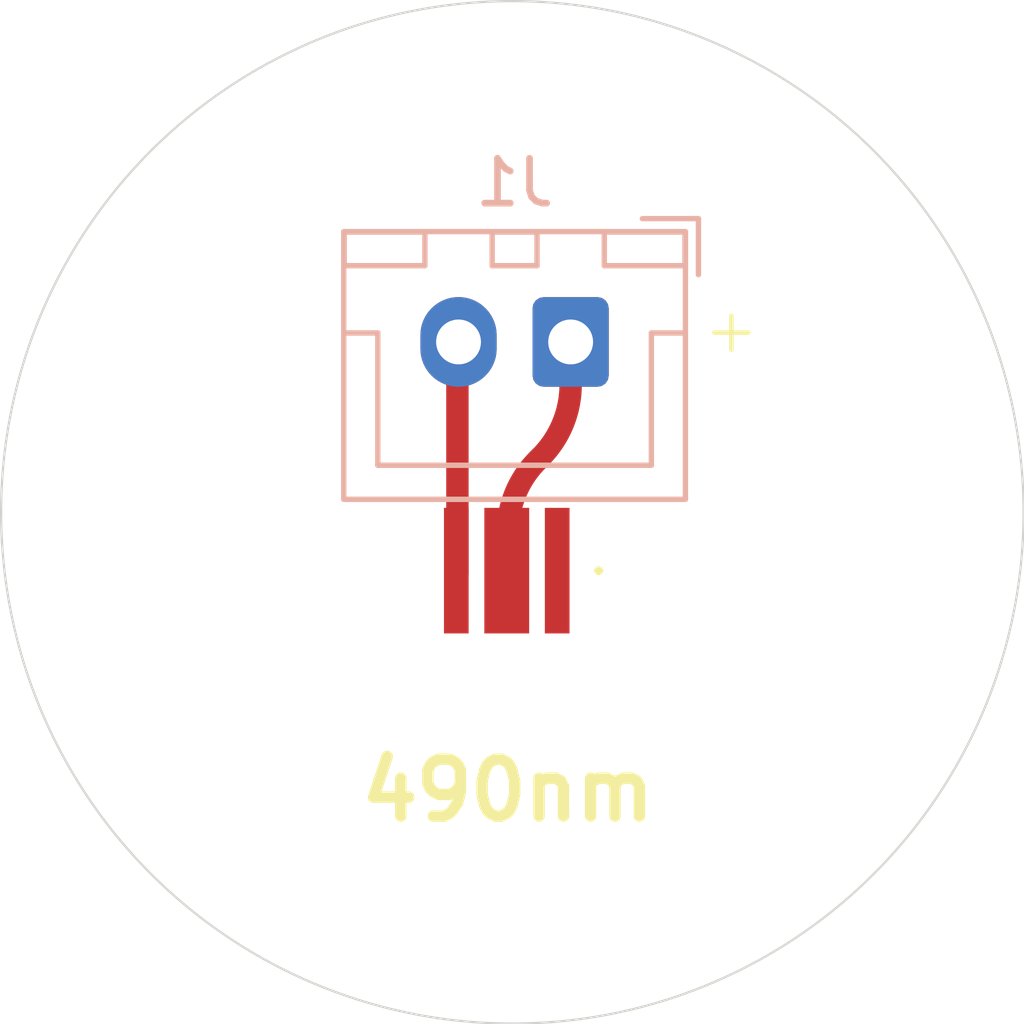
<source format=kicad_pcb>
(kicad_pcb (version 20240108) (generator "pcbnew") (generator_version "8.0")
  (layers (0 "F.Cu" signal) (31 "B.Cu" signal) (34 "B.Paste" user) (35 "F.Paste" user) (36 "B.SilkS" user "B.Silkscreen") (37 "F.SilkS" user "F.Silkscreen") (38 "B.Mask" user) (39 "F.Mask" user) (44 "Edge.Cuts" user))
  (net 0 "")
  (net 1 "Net-(J1-Pin_1)")
  (net 2 "Net-(J1-Pin_2)")
  (footprint "6_wave_stimulator:GVQSSPA113JZKZV1V61" (layer "F.Cu") (at 132.475 93.1 90)
    (property "Reference" "490nm" (at -4.9 0.025 0) (layer "F.SilkS") (effects (font (size 1.27 1.27) (thickness 0.254))))
    (property "Value" "GV_QSSPA1.13-JZKZ-V1V6-1" (hide yes))
    (fp_line (start 0 2) (end 0 2) (stroke (width 0.1)) (layer "F.SilkS"))
    (fp_line (start 0 2.1) (end 0 2.1) (stroke (width 0.1)) (layer "F.SilkS"))
    (fp_arc (start 0 2) (mid 0.05 2.05) (end 0 2.1) (stroke (width 0.1)) (layer "F.SilkS"))
    (fp_arc (start 0 2.1) (mid -0.05 2.05) (end 0 2) (stroke (width 0.1)) (layer "F.SilkS"))
    (pad "1" smd rect (at 0 1.125 180) (size 0.55 2.8) (layers "F.Cu" "F.Paste" "F.Mask"))
    (pad "2" smd rect (at 0 -1.125 180) (size 0.55 2.8) (layers "F.Cu" "F.Paste" "F.Mask") (net 2 "Net-(J1-Pin_2)"))
    (pad "3" smd rect (at 0 0 180) (size 1 2.8) (layers "F.Cu" "F.Paste" "F.Mask") (net 1 "Net-(J1-Pin_1)"))
  )
  (footprint "Connector_JST:JST_XH_B2B-XH-A_1x02_P2.50mm_Vertical" (layer "B.Cu") (at 133.9 88 180)
    (property "Reference" "J1" (at 1.25 3.55 0) (layer "B.SilkS") (effects (justify mirror)))
    (property "Value" "Conn_01x02_Socket")
    (fp_line (start 5.06 2.46) (end 5.06 -3.51) (stroke (width 0.12)) (layer "B.SilkS"))
    (fp_line (start 5.06 -3.51) (end -2.56 -3.51) (stroke (width 0.12)) (layer "B.SilkS"))
    (fp_line (start 5.05 2.45) (end 5.05 1.7) (stroke (width 0.12)) (layer "B.SilkS"))
    (fp_line (start 5.05 1.7) (end 3.25 1.7) (stroke (width 0.12)) (layer "B.SilkS"))
    (fp_line (start 4.3 0.2) (end 5.05 0.2) (stroke (width 0.12)) (layer "B.SilkS"))
    (fp_line (start 4.3 -2.75) (end 4.3 0.2) (stroke (width 0.12)) (layer "B.SilkS"))
    (fp_line (start 3.25 2.45) (end 5.05 2.45) (stroke (width 0.12)) (layer "B.SilkS"))
    (fp_line (start 3.25 1.7) (end 3.25 2.45) (stroke (width 0.12)) (layer "B.SilkS"))
    (fp_line (start 1.75 2.45) (end 1.75 1.7) (stroke (width 0.12)) (layer "B.SilkS"))
    (fp_line (start 1.75 1.7) (end 0.75 1.7) (stroke (width 0.12)) (layer "B.SilkS"))
    (fp_line (start 1.25 -2.75) (end 4.3 -2.75) (stroke (width 0.12)) (layer "B.SilkS"))
    (fp_line (start 1.25 -2.75) (end -1.8 -2.75) (stroke (width 0.12)) (layer "B.SilkS"))
    (fp_line (start 0.75 2.45) (end 1.75 2.45) (stroke (width 0.12)) (layer "B.SilkS"))
    (fp_line (start 0.75 1.7) (end 0.75 2.45) (stroke (width 0.12)) (layer "B.SilkS"))
    (fp_line (start -0.75 2.45) (end -0.75 1.7) (stroke (width 0.12)) (layer "B.SilkS"))
    (fp_line (start -0.75 1.7) (end -2.55 1.7) (stroke (width 0.12)) (layer "B.SilkS"))
    (fp_line (start -1.8 0.2) (end -2.55 0.2) (stroke (width 0.12)) (layer "B.SilkS"))
    (fp_line (start -1.8 -2.75) (end -1.8 0.2) (stroke (width 0.12)) (layer "B.SilkS"))
    (fp_line (start -2.55 2.45) (end -0.75 2.45) (stroke (width 0.12)) (layer "B.SilkS"))
    (fp_line (start -2.55 1.7) (end -2.55 2.45) (stroke (width 0.12)) (layer "B.SilkS"))
    (fp_line (start -2.56 2.46) (end 5.06 2.46) (stroke (width 0.12)) (layer "B.SilkS"))
    (fp_line (start -2.56 -3.51) (end -2.56 2.46) (stroke (width 0.12)) (layer "B.SilkS"))
    (fp_line (start -2.85 2.75) (end -1.6 2.75) (stroke (width 0.12)) (layer "B.SilkS"))
    (fp_line (start -2.85 1.5) (end -2.85 2.75) (stroke (width 0.12)) (layer "B.SilkS"))
    (pad "1" thru_hole roundrect (at 0 0 180) (size 1.7 2) (drill 1) (layers "*.Cu" "*.Mask") (roundrect_rratio 0.147059) (net 1 "Net-(J1-Pin_1)"))
    (pad "2" thru_hole oval (at 2.5 0 180) (size 1.7 2) (drill 1) (layers "*.Cu" "*.Mask") (net 2 "Net-(J1-Pin_2)"))
  )
  (gr_circle (center 132.6 91.8) (end 144 91.8) (stroke (width 0.05)) (fill none) (layer "Edge.Cuts"))
  (gr_text "+" (at 136.8 88.3 0) (layer "F.SilkS") (effects (font (size 1 1) (thickness 0.1)) (justify left bottom)))
  (segment (start 133.162912 90.637086) (end 133.228248 90.571751) (width 0.5) (layer "F.Cu") (net 1))
  (segment (start 133.9 88.95) (end 133.9 88) (width 0.5) (layer "F.Cu") (net 1))
  (segment (start 132.5 92.2375) (end 132.5 93.175) (width 0.5) (layer "F.Cu") (net 1))
  (arc (start 133.9 88.95) (mid 133.725417 89.827685) (end 133.228248 90.571751) (width 0.5) (layer "F.Cu") (net 1))
  (arc (start 133.162912 90.637086) (mid 132.672285 91.371362) (end 132.5 92.2375) (width 0.5) (layer "F.Cu") (net 1))
  (segment (start 131.3875 88.0125) (end 131.4 88) (width 0.5) (layer "F.Cu") (net 2))
  (segment (start 131.375 88.042677) (end 131.375 93.175) (width 0.5) (layer "F.Cu") (net 2))
  (arc (start 131.3875 88.0125) (mid 131.378248 88.026345) (end 131.375 88.042677) (width 0.5) (layer "F.Cu") (net 2))
)
</source>
